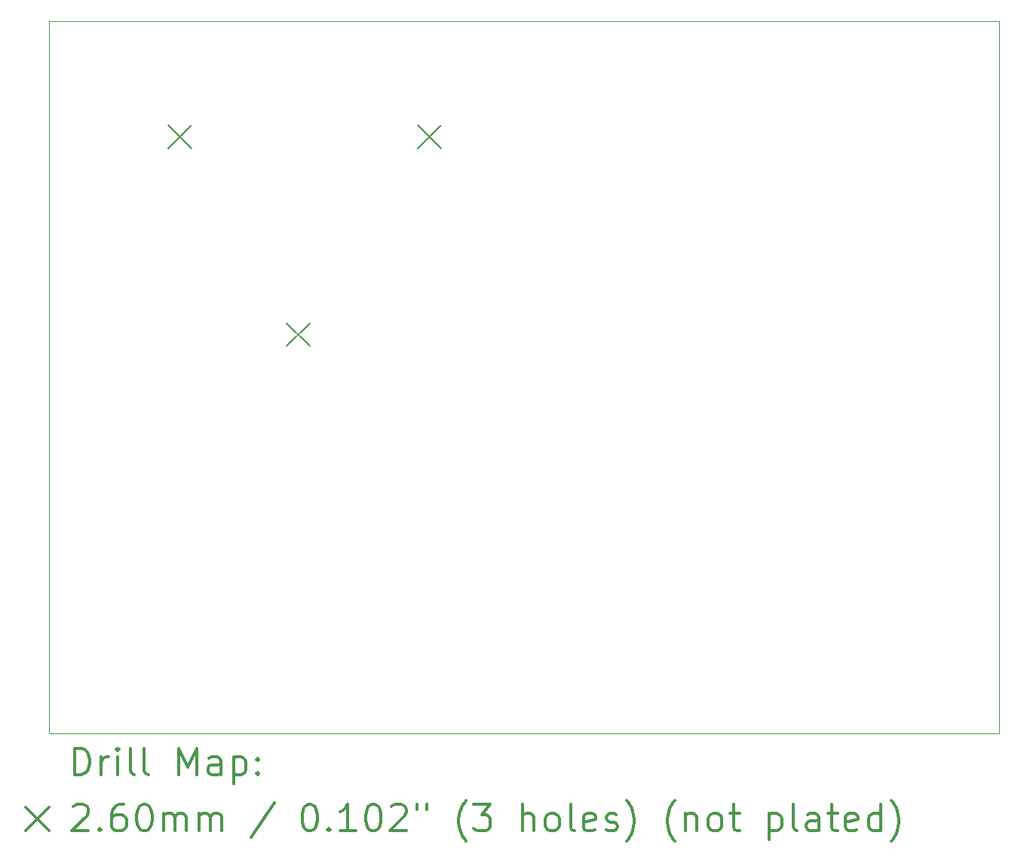
<source format=gbr>
%FSLAX45Y45*%
G04 Gerber Fmt 4.5, Leading zero omitted, Abs format (unit mm)*
G04 Created by KiCad (PCBNEW (5.1.9)-1) date 2022-08-26 12:33:23*
%MOMM*%
%LPD*%
G01*
G04 APERTURE LIST*
%TA.AperFunction,Profile*%
%ADD10C,0.050000*%
%TD*%
%ADD11C,0.200000*%
%ADD12C,0.300000*%
G04 APERTURE END LIST*
D10*
X6985000Y-13970000D02*
X6985000Y-5969000D01*
X17653000Y-13970000D02*
X6985000Y-13970000D01*
X17653000Y-5969000D02*
X17653000Y-13970000D01*
X6985000Y-5969000D02*
X17653000Y-5969000D01*
D11*
X8326000Y-7142000D02*
X8586000Y-7402000D01*
X8586000Y-7142000D02*
X8326000Y-7402000D01*
X9651000Y-9362000D02*
X9911000Y-9622000D01*
X9911000Y-9362000D02*
X9651000Y-9622000D01*
X11126000Y-7142000D02*
X11386000Y-7402000D01*
X11386000Y-7142000D02*
X11126000Y-7402000D01*
D12*
X7268928Y-14438214D02*
X7268928Y-14138214D01*
X7340357Y-14138214D01*
X7383214Y-14152500D01*
X7411786Y-14181071D01*
X7426071Y-14209643D01*
X7440357Y-14266786D01*
X7440357Y-14309643D01*
X7426071Y-14366786D01*
X7411786Y-14395357D01*
X7383214Y-14423929D01*
X7340357Y-14438214D01*
X7268928Y-14438214D01*
X7568928Y-14438214D02*
X7568928Y-14238214D01*
X7568928Y-14295357D02*
X7583214Y-14266786D01*
X7597500Y-14252500D01*
X7626071Y-14238214D01*
X7654643Y-14238214D01*
X7754643Y-14438214D02*
X7754643Y-14238214D01*
X7754643Y-14138214D02*
X7740357Y-14152500D01*
X7754643Y-14166786D01*
X7768928Y-14152500D01*
X7754643Y-14138214D01*
X7754643Y-14166786D01*
X7940357Y-14438214D02*
X7911786Y-14423929D01*
X7897500Y-14395357D01*
X7897500Y-14138214D01*
X8097500Y-14438214D02*
X8068928Y-14423929D01*
X8054643Y-14395357D01*
X8054643Y-14138214D01*
X8440357Y-14438214D02*
X8440357Y-14138214D01*
X8540357Y-14352500D01*
X8640357Y-14138214D01*
X8640357Y-14438214D01*
X8911786Y-14438214D02*
X8911786Y-14281071D01*
X8897500Y-14252500D01*
X8868928Y-14238214D01*
X8811786Y-14238214D01*
X8783214Y-14252500D01*
X8911786Y-14423929D02*
X8883214Y-14438214D01*
X8811786Y-14438214D01*
X8783214Y-14423929D01*
X8768928Y-14395357D01*
X8768928Y-14366786D01*
X8783214Y-14338214D01*
X8811786Y-14323929D01*
X8883214Y-14323929D01*
X8911786Y-14309643D01*
X9054643Y-14238214D02*
X9054643Y-14538214D01*
X9054643Y-14252500D02*
X9083214Y-14238214D01*
X9140357Y-14238214D01*
X9168928Y-14252500D01*
X9183214Y-14266786D01*
X9197500Y-14295357D01*
X9197500Y-14381071D01*
X9183214Y-14409643D01*
X9168928Y-14423929D01*
X9140357Y-14438214D01*
X9083214Y-14438214D01*
X9054643Y-14423929D01*
X9326071Y-14409643D02*
X9340357Y-14423929D01*
X9326071Y-14438214D01*
X9311786Y-14423929D01*
X9326071Y-14409643D01*
X9326071Y-14438214D01*
X9326071Y-14252500D02*
X9340357Y-14266786D01*
X9326071Y-14281071D01*
X9311786Y-14266786D01*
X9326071Y-14252500D01*
X9326071Y-14281071D01*
X6722500Y-14802500D02*
X6982500Y-15062500D01*
X6982500Y-14802500D02*
X6722500Y-15062500D01*
X7254643Y-14796786D02*
X7268928Y-14782500D01*
X7297500Y-14768214D01*
X7368928Y-14768214D01*
X7397500Y-14782500D01*
X7411786Y-14796786D01*
X7426071Y-14825357D01*
X7426071Y-14853929D01*
X7411786Y-14896786D01*
X7240357Y-15068214D01*
X7426071Y-15068214D01*
X7554643Y-15039643D02*
X7568928Y-15053929D01*
X7554643Y-15068214D01*
X7540357Y-15053929D01*
X7554643Y-15039643D01*
X7554643Y-15068214D01*
X7826071Y-14768214D02*
X7768928Y-14768214D01*
X7740357Y-14782500D01*
X7726071Y-14796786D01*
X7697500Y-14839643D01*
X7683214Y-14896786D01*
X7683214Y-15011071D01*
X7697500Y-15039643D01*
X7711786Y-15053929D01*
X7740357Y-15068214D01*
X7797500Y-15068214D01*
X7826071Y-15053929D01*
X7840357Y-15039643D01*
X7854643Y-15011071D01*
X7854643Y-14939643D01*
X7840357Y-14911071D01*
X7826071Y-14896786D01*
X7797500Y-14882500D01*
X7740357Y-14882500D01*
X7711786Y-14896786D01*
X7697500Y-14911071D01*
X7683214Y-14939643D01*
X8040357Y-14768214D02*
X8068928Y-14768214D01*
X8097500Y-14782500D01*
X8111786Y-14796786D01*
X8126071Y-14825357D01*
X8140357Y-14882500D01*
X8140357Y-14953929D01*
X8126071Y-15011071D01*
X8111786Y-15039643D01*
X8097500Y-15053929D01*
X8068928Y-15068214D01*
X8040357Y-15068214D01*
X8011786Y-15053929D01*
X7997500Y-15039643D01*
X7983214Y-15011071D01*
X7968928Y-14953929D01*
X7968928Y-14882500D01*
X7983214Y-14825357D01*
X7997500Y-14796786D01*
X8011786Y-14782500D01*
X8040357Y-14768214D01*
X8268928Y-15068214D02*
X8268928Y-14868214D01*
X8268928Y-14896786D02*
X8283214Y-14882500D01*
X8311786Y-14868214D01*
X8354643Y-14868214D01*
X8383214Y-14882500D01*
X8397500Y-14911071D01*
X8397500Y-15068214D01*
X8397500Y-14911071D02*
X8411786Y-14882500D01*
X8440357Y-14868214D01*
X8483214Y-14868214D01*
X8511786Y-14882500D01*
X8526071Y-14911071D01*
X8526071Y-15068214D01*
X8668928Y-15068214D02*
X8668928Y-14868214D01*
X8668928Y-14896786D02*
X8683214Y-14882500D01*
X8711786Y-14868214D01*
X8754643Y-14868214D01*
X8783214Y-14882500D01*
X8797500Y-14911071D01*
X8797500Y-15068214D01*
X8797500Y-14911071D02*
X8811786Y-14882500D01*
X8840357Y-14868214D01*
X8883214Y-14868214D01*
X8911786Y-14882500D01*
X8926071Y-14911071D01*
X8926071Y-15068214D01*
X9511786Y-14753929D02*
X9254643Y-15139643D01*
X9897500Y-14768214D02*
X9926071Y-14768214D01*
X9954643Y-14782500D01*
X9968928Y-14796786D01*
X9983214Y-14825357D01*
X9997500Y-14882500D01*
X9997500Y-14953929D01*
X9983214Y-15011071D01*
X9968928Y-15039643D01*
X9954643Y-15053929D01*
X9926071Y-15068214D01*
X9897500Y-15068214D01*
X9868928Y-15053929D01*
X9854643Y-15039643D01*
X9840357Y-15011071D01*
X9826071Y-14953929D01*
X9826071Y-14882500D01*
X9840357Y-14825357D01*
X9854643Y-14796786D01*
X9868928Y-14782500D01*
X9897500Y-14768214D01*
X10126071Y-15039643D02*
X10140357Y-15053929D01*
X10126071Y-15068214D01*
X10111786Y-15053929D01*
X10126071Y-15039643D01*
X10126071Y-15068214D01*
X10426071Y-15068214D02*
X10254643Y-15068214D01*
X10340357Y-15068214D02*
X10340357Y-14768214D01*
X10311786Y-14811071D01*
X10283214Y-14839643D01*
X10254643Y-14853929D01*
X10611786Y-14768214D02*
X10640357Y-14768214D01*
X10668928Y-14782500D01*
X10683214Y-14796786D01*
X10697500Y-14825357D01*
X10711786Y-14882500D01*
X10711786Y-14953929D01*
X10697500Y-15011071D01*
X10683214Y-15039643D01*
X10668928Y-15053929D01*
X10640357Y-15068214D01*
X10611786Y-15068214D01*
X10583214Y-15053929D01*
X10568928Y-15039643D01*
X10554643Y-15011071D01*
X10540357Y-14953929D01*
X10540357Y-14882500D01*
X10554643Y-14825357D01*
X10568928Y-14796786D01*
X10583214Y-14782500D01*
X10611786Y-14768214D01*
X10826071Y-14796786D02*
X10840357Y-14782500D01*
X10868928Y-14768214D01*
X10940357Y-14768214D01*
X10968928Y-14782500D01*
X10983214Y-14796786D01*
X10997500Y-14825357D01*
X10997500Y-14853929D01*
X10983214Y-14896786D01*
X10811786Y-15068214D01*
X10997500Y-15068214D01*
X11111786Y-14768214D02*
X11111786Y-14825357D01*
X11226071Y-14768214D02*
X11226071Y-14825357D01*
X11668928Y-15182500D02*
X11654643Y-15168214D01*
X11626071Y-15125357D01*
X11611786Y-15096786D01*
X11597500Y-15053929D01*
X11583214Y-14982500D01*
X11583214Y-14925357D01*
X11597500Y-14853929D01*
X11611786Y-14811071D01*
X11626071Y-14782500D01*
X11654643Y-14739643D01*
X11668928Y-14725357D01*
X11754643Y-14768214D02*
X11940357Y-14768214D01*
X11840357Y-14882500D01*
X11883214Y-14882500D01*
X11911786Y-14896786D01*
X11926071Y-14911071D01*
X11940357Y-14939643D01*
X11940357Y-15011071D01*
X11926071Y-15039643D01*
X11911786Y-15053929D01*
X11883214Y-15068214D01*
X11797500Y-15068214D01*
X11768928Y-15053929D01*
X11754643Y-15039643D01*
X12297500Y-15068214D02*
X12297500Y-14768214D01*
X12426071Y-15068214D02*
X12426071Y-14911071D01*
X12411786Y-14882500D01*
X12383214Y-14868214D01*
X12340357Y-14868214D01*
X12311786Y-14882500D01*
X12297500Y-14896786D01*
X12611786Y-15068214D02*
X12583214Y-15053929D01*
X12568928Y-15039643D01*
X12554643Y-15011071D01*
X12554643Y-14925357D01*
X12568928Y-14896786D01*
X12583214Y-14882500D01*
X12611786Y-14868214D01*
X12654643Y-14868214D01*
X12683214Y-14882500D01*
X12697500Y-14896786D01*
X12711786Y-14925357D01*
X12711786Y-15011071D01*
X12697500Y-15039643D01*
X12683214Y-15053929D01*
X12654643Y-15068214D01*
X12611786Y-15068214D01*
X12883214Y-15068214D02*
X12854643Y-15053929D01*
X12840357Y-15025357D01*
X12840357Y-14768214D01*
X13111786Y-15053929D02*
X13083214Y-15068214D01*
X13026071Y-15068214D01*
X12997500Y-15053929D01*
X12983214Y-15025357D01*
X12983214Y-14911071D01*
X12997500Y-14882500D01*
X13026071Y-14868214D01*
X13083214Y-14868214D01*
X13111786Y-14882500D01*
X13126071Y-14911071D01*
X13126071Y-14939643D01*
X12983214Y-14968214D01*
X13240357Y-15053929D02*
X13268928Y-15068214D01*
X13326071Y-15068214D01*
X13354643Y-15053929D01*
X13368928Y-15025357D01*
X13368928Y-15011071D01*
X13354643Y-14982500D01*
X13326071Y-14968214D01*
X13283214Y-14968214D01*
X13254643Y-14953929D01*
X13240357Y-14925357D01*
X13240357Y-14911071D01*
X13254643Y-14882500D01*
X13283214Y-14868214D01*
X13326071Y-14868214D01*
X13354643Y-14882500D01*
X13468928Y-15182500D02*
X13483214Y-15168214D01*
X13511786Y-15125357D01*
X13526071Y-15096786D01*
X13540357Y-15053929D01*
X13554643Y-14982500D01*
X13554643Y-14925357D01*
X13540357Y-14853929D01*
X13526071Y-14811071D01*
X13511786Y-14782500D01*
X13483214Y-14739643D01*
X13468928Y-14725357D01*
X14011786Y-15182500D02*
X13997500Y-15168214D01*
X13968928Y-15125357D01*
X13954643Y-15096786D01*
X13940357Y-15053929D01*
X13926071Y-14982500D01*
X13926071Y-14925357D01*
X13940357Y-14853929D01*
X13954643Y-14811071D01*
X13968928Y-14782500D01*
X13997500Y-14739643D01*
X14011786Y-14725357D01*
X14126071Y-14868214D02*
X14126071Y-15068214D01*
X14126071Y-14896786D02*
X14140357Y-14882500D01*
X14168928Y-14868214D01*
X14211786Y-14868214D01*
X14240357Y-14882500D01*
X14254643Y-14911071D01*
X14254643Y-15068214D01*
X14440357Y-15068214D02*
X14411786Y-15053929D01*
X14397500Y-15039643D01*
X14383214Y-15011071D01*
X14383214Y-14925357D01*
X14397500Y-14896786D01*
X14411786Y-14882500D01*
X14440357Y-14868214D01*
X14483214Y-14868214D01*
X14511786Y-14882500D01*
X14526071Y-14896786D01*
X14540357Y-14925357D01*
X14540357Y-15011071D01*
X14526071Y-15039643D01*
X14511786Y-15053929D01*
X14483214Y-15068214D01*
X14440357Y-15068214D01*
X14626071Y-14868214D02*
X14740357Y-14868214D01*
X14668928Y-14768214D02*
X14668928Y-15025357D01*
X14683214Y-15053929D01*
X14711786Y-15068214D01*
X14740357Y-15068214D01*
X15068928Y-14868214D02*
X15068928Y-15168214D01*
X15068928Y-14882500D02*
X15097500Y-14868214D01*
X15154643Y-14868214D01*
X15183214Y-14882500D01*
X15197500Y-14896786D01*
X15211786Y-14925357D01*
X15211786Y-15011071D01*
X15197500Y-15039643D01*
X15183214Y-15053929D01*
X15154643Y-15068214D01*
X15097500Y-15068214D01*
X15068928Y-15053929D01*
X15383214Y-15068214D02*
X15354643Y-15053929D01*
X15340357Y-15025357D01*
X15340357Y-14768214D01*
X15626071Y-15068214D02*
X15626071Y-14911071D01*
X15611786Y-14882500D01*
X15583214Y-14868214D01*
X15526071Y-14868214D01*
X15497500Y-14882500D01*
X15626071Y-15053929D02*
X15597500Y-15068214D01*
X15526071Y-15068214D01*
X15497500Y-15053929D01*
X15483214Y-15025357D01*
X15483214Y-14996786D01*
X15497500Y-14968214D01*
X15526071Y-14953929D01*
X15597500Y-14953929D01*
X15626071Y-14939643D01*
X15726071Y-14868214D02*
X15840357Y-14868214D01*
X15768928Y-14768214D02*
X15768928Y-15025357D01*
X15783214Y-15053929D01*
X15811786Y-15068214D01*
X15840357Y-15068214D01*
X16054643Y-15053929D02*
X16026071Y-15068214D01*
X15968928Y-15068214D01*
X15940357Y-15053929D01*
X15926071Y-15025357D01*
X15926071Y-14911071D01*
X15940357Y-14882500D01*
X15968928Y-14868214D01*
X16026071Y-14868214D01*
X16054643Y-14882500D01*
X16068928Y-14911071D01*
X16068928Y-14939643D01*
X15926071Y-14968214D01*
X16326071Y-15068214D02*
X16326071Y-14768214D01*
X16326071Y-15053929D02*
X16297500Y-15068214D01*
X16240357Y-15068214D01*
X16211786Y-15053929D01*
X16197500Y-15039643D01*
X16183214Y-15011071D01*
X16183214Y-14925357D01*
X16197500Y-14896786D01*
X16211786Y-14882500D01*
X16240357Y-14868214D01*
X16297500Y-14868214D01*
X16326071Y-14882500D01*
X16440357Y-15182500D02*
X16454643Y-15168214D01*
X16483214Y-15125357D01*
X16497500Y-15096786D01*
X16511786Y-15053929D01*
X16526071Y-14982500D01*
X16526071Y-14925357D01*
X16511786Y-14853929D01*
X16497500Y-14811071D01*
X16483214Y-14782500D01*
X16454643Y-14739643D01*
X16440357Y-14725357D01*
M02*

</source>
